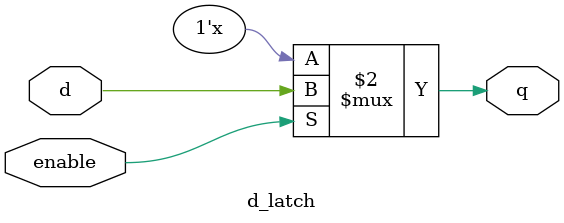
<source format=sv>
module d_latch (
    input wire enable,
    input wire d,
    output reg q
);
    always @(*) begin
        if (enable)
            q <= d;
    end
endmodule
</source>
